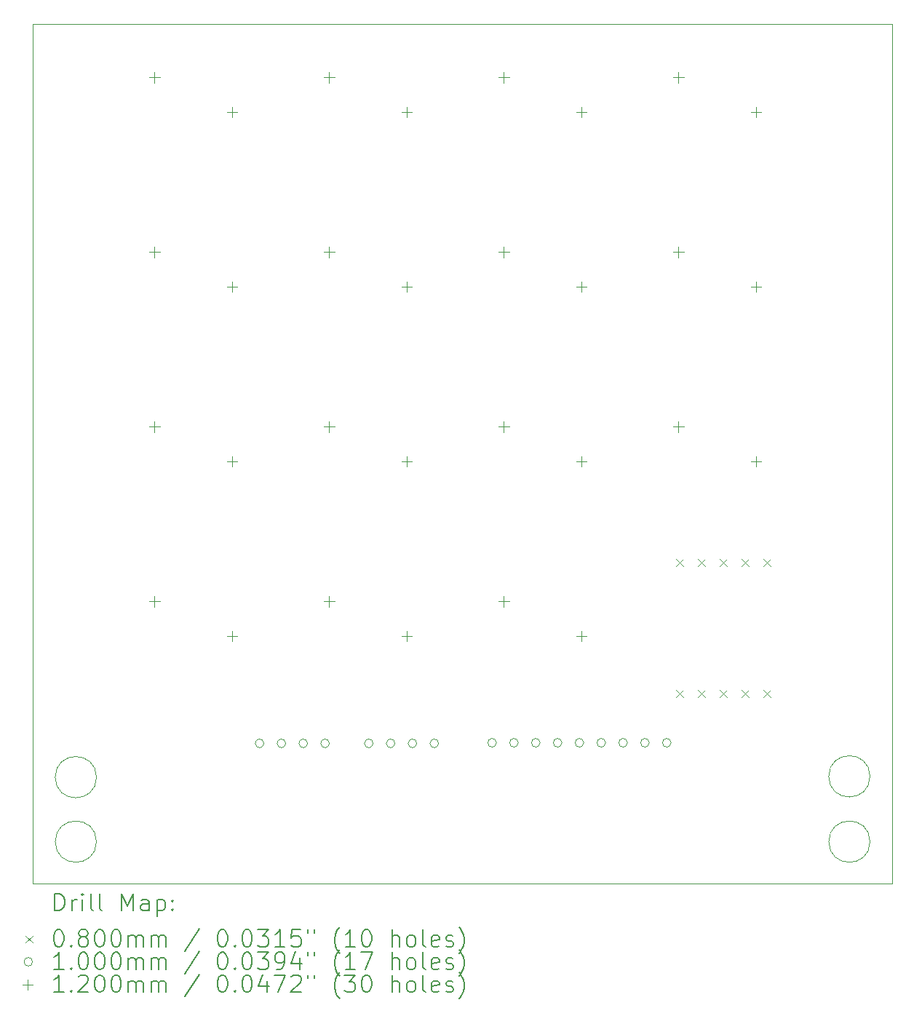
<source format=gbr>
%FSLAX45Y45*%
G04 Gerber Fmt 4.5, Leading zero omitted, Abs format (unit mm)*
G04 Created by KiCad (PCBNEW (6.0.0)) date 2022-03-01 21:05:48*
%MOMM*%
%LPD*%
G01*
G04 APERTURE LIST*
%TA.AperFunction,Profile*%
%ADD10C,0.050000*%
%TD*%
%ADD11C,0.200000*%
%ADD12C,0.080000*%
%ADD13C,0.100000*%
%ADD14C,0.120000*%
G04 APERTURE END LIST*
D10*
X18474500Y-14340500D02*
X8474500Y-14340500D01*
X9215000Y-13850000D02*
G75*
G03*
X9215000Y-13850000I-240000J0D01*
G01*
X18215000Y-13850000D02*
G75*
G03*
X18215000Y-13850000I-240000J0D01*
G01*
X18214500Y-13090500D02*
G75*
G03*
X18214500Y-13090500I-240000J0D01*
G01*
X8474500Y-4340500D02*
X18474500Y-4340500D01*
X8474500Y-14340500D02*
X8474500Y-4340500D01*
X18474500Y-4340500D02*
X18474500Y-14340500D01*
X9215000Y-13100000D02*
G75*
G03*
X9215000Y-13100000I-240000J0D01*
G01*
D11*
D12*
X15962000Y-10564500D02*
X16042000Y-10644500D01*
X16042000Y-10564500D02*
X15962000Y-10644500D01*
X15962000Y-12088500D02*
X16042000Y-12168500D01*
X16042000Y-12088500D02*
X15962000Y-12168500D01*
X16216000Y-10564500D02*
X16296000Y-10644500D01*
X16296000Y-10564500D02*
X16216000Y-10644500D01*
X16216000Y-12088500D02*
X16296000Y-12168500D01*
X16296000Y-12088500D02*
X16216000Y-12168500D01*
X16470000Y-10564500D02*
X16550000Y-10644500D01*
X16550000Y-10564500D02*
X16470000Y-10644500D01*
X16470000Y-12088500D02*
X16550000Y-12168500D01*
X16550000Y-12088500D02*
X16470000Y-12168500D01*
X16724000Y-10564500D02*
X16804000Y-10644500D01*
X16804000Y-10564500D02*
X16724000Y-10644500D01*
X16724000Y-12088500D02*
X16804000Y-12168500D01*
X16804000Y-12088500D02*
X16724000Y-12168500D01*
X16978000Y-10564500D02*
X17058000Y-10644500D01*
X17058000Y-10564500D02*
X16978000Y-10644500D01*
X16978000Y-12088500D02*
X17058000Y-12168500D01*
X17058000Y-12088500D02*
X16978000Y-12168500D01*
D13*
X11162500Y-12707000D02*
G75*
G03*
X11162500Y-12707000I-50000J0D01*
G01*
X11416500Y-12707000D02*
G75*
G03*
X11416500Y-12707000I-50000J0D01*
G01*
X11670500Y-12707000D02*
G75*
G03*
X11670500Y-12707000I-50000J0D01*
G01*
X11924500Y-12707000D02*
G75*
G03*
X11924500Y-12707000I-50000J0D01*
G01*
X12433500Y-12707000D02*
G75*
G03*
X12433500Y-12707000I-50000J0D01*
G01*
X12687500Y-12707000D02*
G75*
G03*
X12687500Y-12707000I-50000J0D01*
G01*
X12941500Y-12707000D02*
G75*
G03*
X12941500Y-12707000I-50000J0D01*
G01*
X13195500Y-12707000D02*
G75*
G03*
X13195500Y-12707000I-50000J0D01*
G01*
X13867600Y-12700000D02*
G75*
G03*
X13867600Y-12700000I-50000J0D01*
G01*
X14121600Y-12700000D02*
G75*
G03*
X14121600Y-12700000I-50000J0D01*
G01*
X14375600Y-12700000D02*
G75*
G03*
X14375600Y-12700000I-50000J0D01*
G01*
X14629600Y-12700000D02*
G75*
G03*
X14629600Y-12700000I-50000J0D01*
G01*
X14883600Y-12700000D02*
G75*
G03*
X14883600Y-12700000I-50000J0D01*
G01*
X15137600Y-12700000D02*
G75*
G03*
X15137600Y-12700000I-50000J0D01*
G01*
X15391600Y-12700000D02*
G75*
G03*
X15391600Y-12700000I-50000J0D01*
G01*
X15645600Y-12700000D02*
G75*
G03*
X15645600Y-12700000I-50000J0D01*
G01*
X15899600Y-12700000D02*
G75*
G03*
X15899600Y-12700000I-50000J0D01*
G01*
D14*
X9891800Y-4900200D02*
X9891800Y-5020200D01*
X9831800Y-4960200D02*
X9951800Y-4960200D01*
X9891800Y-6932200D02*
X9891800Y-7052200D01*
X9831800Y-6992200D02*
X9951800Y-6992200D01*
X9891800Y-8964200D02*
X9891800Y-9084200D01*
X9831800Y-9024200D02*
X9951800Y-9024200D01*
X9891800Y-10996200D02*
X9891800Y-11116200D01*
X9831800Y-11056200D02*
X9951800Y-11056200D01*
X10791800Y-5300200D02*
X10791800Y-5420200D01*
X10731800Y-5360200D02*
X10851800Y-5360200D01*
X10791800Y-7332200D02*
X10791800Y-7452200D01*
X10731800Y-7392200D02*
X10851800Y-7392200D01*
X10791800Y-9364200D02*
X10791800Y-9484200D01*
X10731800Y-9424200D02*
X10851800Y-9424200D01*
X10791800Y-11396200D02*
X10791800Y-11516200D01*
X10731800Y-11456200D02*
X10851800Y-11456200D01*
X11923800Y-4900200D02*
X11923800Y-5020200D01*
X11863800Y-4960200D02*
X11983800Y-4960200D01*
X11923800Y-6932200D02*
X11923800Y-7052200D01*
X11863800Y-6992200D02*
X11983800Y-6992200D01*
X11923800Y-8964200D02*
X11923800Y-9084200D01*
X11863800Y-9024200D02*
X11983800Y-9024200D01*
X11923800Y-10996200D02*
X11923800Y-11116200D01*
X11863800Y-11056200D02*
X11983800Y-11056200D01*
X12823800Y-5300200D02*
X12823800Y-5420200D01*
X12763800Y-5360200D02*
X12883800Y-5360200D01*
X12823800Y-7332200D02*
X12823800Y-7452200D01*
X12763800Y-7392200D02*
X12883800Y-7392200D01*
X12823800Y-9364200D02*
X12823800Y-9484200D01*
X12763800Y-9424200D02*
X12883800Y-9424200D01*
X12823800Y-11396200D02*
X12823800Y-11516200D01*
X12763800Y-11456200D02*
X12883800Y-11456200D01*
X13955800Y-4900200D02*
X13955800Y-5020200D01*
X13895800Y-4960200D02*
X14015800Y-4960200D01*
X13955800Y-6932200D02*
X13955800Y-7052200D01*
X13895800Y-6992200D02*
X14015800Y-6992200D01*
X13955800Y-8964200D02*
X13955800Y-9084200D01*
X13895800Y-9024200D02*
X14015800Y-9024200D01*
X13955800Y-10996200D02*
X13955800Y-11116200D01*
X13895800Y-11056200D02*
X14015800Y-11056200D01*
X14855800Y-5300200D02*
X14855800Y-5420200D01*
X14795800Y-5360200D02*
X14915800Y-5360200D01*
X14855800Y-7332200D02*
X14855800Y-7452200D01*
X14795800Y-7392200D02*
X14915800Y-7392200D01*
X14855800Y-9364200D02*
X14855800Y-9484200D01*
X14795800Y-9424200D02*
X14915800Y-9424200D01*
X14855800Y-11396200D02*
X14855800Y-11516200D01*
X14795800Y-11456200D02*
X14915800Y-11456200D01*
X15987800Y-4900200D02*
X15987800Y-5020200D01*
X15927800Y-4960200D02*
X16047800Y-4960200D01*
X15987800Y-6932200D02*
X15987800Y-7052200D01*
X15927800Y-6992200D02*
X16047800Y-6992200D01*
X15987800Y-8964200D02*
X15987800Y-9084200D01*
X15927800Y-9024200D02*
X16047800Y-9024200D01*
X16887800Y-5300200D02*
X16887800Y-5420200D01*
X16827800Y-5360200D02*
X16947800Y-5360200D01*
X16887800Y-7332200D02*
X16887800Y-7452200D01*
X16827800Y-7392200D02*
X16947800Y-7392200D01*
X16887800Y-9364200D02*
X16887800Y-9484200D01*
X16827800Y-9424200D02*
X16947800Y-9424200D01*
D11*
X8729619Y-14653476D02*
X8729619Y-14453476D01*
X8777238Y-14453476D01*
X8805810Y-14463000D01*
X8824857Y-14482048D01*
X8834381Y-14501095D01*
X8843905Y-14539190D01*
X8843905Y-14567762D01*
X8834381Y-14605857D01*
X8824857Y-14624905D01*
X8805810Y-14643952D01*
X8777238Y-14653476D01*
X8729619Y-14653476D01*
X8929619Y-14653476D02*
X8929619Y-14520143D01*
X8929619Y-14558238D02*
X8939143Y-14539190D01*
X8948667Y-14529667D01*
X8967714Y-14520143D01*
X8986762Y-14520143D01*
X9053429Y-14653476D02*
X9053429Y-14520143D01*
X9053429Y-14453476D02*
X9043905Y-14463000D01*
X9053429Y-14472524D01*
X9062952Y-14463000D01*
X9053429Y-14453476D01*
X9053429Y-14472524D01*
X9177238Y-14653476D02*
X9158190Y-14643952D01*
X9148667Y-14624905D01*
X9148667Y-14453476D01*
X9282000Y-14653476D02*
X9262952Y-14643952D01*
X9253429Y-14624905D01*
X9253429Y-14453476D01*
X9510571Y-14653476D02*
X9510571Y-14453476D01*
X9577238Y-14596333D01*
X9643905Y-14453476D01*
X9643905Y-14653476D01*
X9824857Y-14653476D02*
X9824857Y-14548714D01*
X9815333Y-14529667D01*
X9796286Y-14520143D01*
X9758190Y-14520143D01*
X9739143Y-14529667D01*
X9824857Y-14643952D02*
X9805810Y-14653476D01*
X9758190Y-14653476D01*
X9739143Y-14643952D01*
X9729619Y-14624905D01*
X9729619Y-14605857D01*
X9739143Y-14586809D01*
X9758190Y-14577286D01*
X9805810Y-14577286D01*
X9824857Y-14567762D01*
X9920095Y-14520143D02*
X9920095Y-14720143D01*
X9920095Y-14529667D02*
X9939143Y-14520143D01*
X9977238Y-14520143D01*
X9996286Y-14529667D01*
X10005810Y-14539190D01*
X10015333Y-14558238D01*
X10015333Y-14615381D01*
X10005810Y-14634428D01*
X9996286Y-14643952D01*
X9977238Y-14653476D01*
X9939143Y-14653476D01*
X9920095Y-14643952D01*
X10101048Y-14634428D02*
X10110571Y-14643952D01*
X10101048Y-14653476D01*
X10091524Y-14643952D01*
X10101048Y-14634428D01*
X10101048Y-14653476D01*
X10101048Y-14529667D02*
X10110571Y-14539190D01*
X10101048Y-14548714D01*
X10091524Y-14539190D01*
X10101048Y-14529667D01*
X10101048Y-14548714D01*
D12*
X8392000Y-14943000D02*
X8472000Y-15023000D01*
X8472000Y-14943000D02*
X8392000Y-15023000D01*
D11*
X8767714Y-14873476D02*
X8786762Y-14873476D01*
X8805810Y-14883000D01*
X8815333Y-14892524D01*
X8824857Y-14911571D01*
X8834381Y-14949667D01*
X8834381Y-14997286D01*
X8824857Y-15035381D01*
X8815333Y-15054428D01*
X8805810Y-15063952D01*
X8786762Y-15073476D01*
X8767714Y-15073476D01*
X8748667Y-15063952D01*
X8739143Y-15054428D01*
X8729619Y-15035381D01*
X8720095Y-14997286D01*
X8720095Y-14949667D01*
X8729619Y-14911571D01*
X8739143Y-14892524D01*
X8748667Y-14883000D01*
X8767714Y-14873476D01*
X8920095Y-15054428D02*
X8929619Y-15063952D01*
X8920095Y-15073476D01*
X8910571Y-15063952D01*
X8920095Y-15054428D01*
X8920095Y-15073476D01*
X9043905Y-14959190D02*
X9024857Y-14949667D01*
X9015333Y-14940143D01*
X9005810Y-14921095D01*
X9005810Y-14911571D01*
X9015333Y-14892524D01*
X9024857Y-14883000D01*
X9043905Y-14873476D01*
X9082000Y-14873476D01*
X9101048Y-14883000D01*
X9110571Y-14892524D01*
X9120095Y-14911571D01*
X9120095Y-14921095D01*
X9110571Y-14940143D01*
X9101048Y-14949667D01*
X9082000Y-14959190D01*
X9043905Y-14959190D01*
X9024857Y-14968714D01*
X9015333Y-14978238D01*
X9005810Y-14997286D01*
X9005810Y-15035381D01*
X9015333Y-15054428D01*
X9024857Y-15063952D01*
X9043905Y-15073476D01*
X9082000Y-15073476D01*
X9101048Y-15063952D01*
X9110571Y-15054428D01*
X9120095Y-15035381D01*
X9120095Y-14997286D01*
X9110571Y-14978238D01*
X9101048Y-14968714D01*
X9082000Y-14959190D01*
X9243905Y-14873476D02*
X9262952Y-14873476D01*
X9282000Y-14883000D01*
X9291524Y-14892524D01*
X9301048Y-14911571D01*
X9310571Y-14949667D01*
X9310571Y-14997286D01*
X9301048Y-15035381D01*
X9291524Y-15054428D01*
X9282000Y-15063952D01*
X9262952Y-15073476D01*
X9243905Y-15073476D01*
X9224857Y-15063952D01*
X9215333Y-15054428D01*
X9205810Y-15035381D01*
X9196286Y-14997286D01*
X9196286Y-14949667D01*
X9205810Y-14911571D01*
X9215333Y-14892524D01*
X9224857Y-14883000D01*
X9243905Y-14873476D01*
X9434381Y-14873476D02*
X9453429Y-14873476D01*
X9472476Y-14883000D01*
X9482000Y-14892524D01*
X9491524Y-14911571D01*
X9501048Y-14949667D01*
X9501048Y-14997286D01*
X9491524Y-15035381D01*
X9482000Y-15054428D01*
X9472476Y-15063952D01*
X9453429Y-15073476D01*
X9434381Y-15073476D01*
X9415333Y-15063952D01*
X9405810Y-15054428D01*
X9396286Y-15035381D01*
X9386762Y-14997286D01*
X9386762Y-14949667D01*
X9396286Y-14911571D01*
X9405810Y-14892524D01*
X9415333Y-14883000D01*
X9434381Y-14873476D01*
X9586762Y-15073476D02*
X9586762Y-14940143D01*
X9586762Y-14959190D02*
X9596286Y-14949667D01*
X9615333Y-14940143D01*
X9643905Y-14940143D01*
X9662952Y-14949667D01*
X9672476Y-14968714D01*
X9672476Y-15073476D01*
X9672476Y-14968714D02*
X9682000Y-14949667D01*
X9701048Y-14940143D01*
X9729619Y-14940143D01*
X9748667Y-14949667D01*
X9758190Y-14968714D01*
X9758190Y-15073476D01*
X9853429Y-15073476D02*
X9853429Y-14940143D01*
X9853429Y-14959190D02*
X9862952Y-14949667D01*
X9882000Y-14940143D01*
X9910571Y-14940143D01*
X9929619Y-14949667D01*
X9939143Y-14968714D01*
X9939143Y-15073476D01*
X9939143Y-14968714D02*
X9948667Y-14949667D01*
X9967714Y-14940143D01*
X9996286Y-14940143D01*
X10015333Y-14949667D01*
X10024857Y-14968714D01*
X10024857Y-15073476D01*
X10415333Y-14863952D02*
X10243905Y-15121095D01*
X10672476Y-14873476D02*
X10691524Y-14873476D01*
X10710571Y-14883000D01*
X10720095Y-14892524D01*
X10729619Y-14911571D01*
X10739143Y-14949667D01*
X10739143Y-14997286D01*
X10729619Y-15035381D01*
X10720095Y-15054428D01*
X10710571Y-15063952D01*
X10691524Y-15073476D01*
X10672476Y-15073476D01*
X10653429Y-15063952D01*
X10643905Y-15054428D01*
X10634381Y-15035381D01*
X10624857Y-14997286D01*
X10624857Y-14949667D01*
X10634381Y-14911571D01*
X10643905Y-14892524D01*
X10653429Y-14883000D01*
X10672476Y-14873476D01*
X10824857Y-15054428D02*
X10834381Y-15063952D01*
X10824857Y-15073476D01*
X10815333Y-15063952D01*
X10824857Y-15054428D01*
X10824857Y-15073476D01*
X10958190Y-14873476D02*
X10977238Y-14873476D01*
X10996286Y-14883000D01*
X11005810Y-14892524D01*
X11015333Y-14911571D01*
X11024857Y-14949667D01*
X11024857Y-14997286D01*
X11015333Y-15035381D01*
X11005810Y-15054428D01*
X10996286Y-15063952D01*
X10977238Y-15073476D01*
X10958190Y-15073476D01*
X10939143Y-15063952D01*
X10929619Y-15054428D01*
X10920095Y-15035381D01*
X10910571Y-14997286D01*
X10910571Y-14949667D01*
X10920095Y-14911571D01*
X10929619Y-14892524D01*
X10939143Y-14883000D01*
X10958190Y-14873476D01*
X11091524Y-14873476D02*
X11215333Y-14873476D01*
X11148667Y-14949667D01*
X11177238Y-14949667D01*
X11196286Y-14959190D01*
X11205809Y-14968714D01*
X11215333Y-14987762D01*
X11215333Y-15035381D01*
X11205809Y-15054428D01*
X11196286Y-15063952D01*
X11177238Y-15073476D01*
X11120095Y-15073476D01*
X11101048Y-15063952D01*
X11091524Y-15054428D01*
X11405809Y-15073476D02*
X11291524Y-15073476D01*
X11348667Y-15073476D02*
X11348667Y-14873476D01*
X11329619Y-14902048D01*
X11310571Y-14921095D01*
X11291524Y-14930619D01*
X11586762Y-14873476D02*
X11491524Y-14873476D01*
X11482000Y-14968714D01*
X11491524Y-14959190D01*
X11510571Y-14949667D01*
X11558190Y-14949667D01*
X11577238Y-14959190D01*
X11586762Y-14968714D01*
X11596286Y-14987762D01*
X11596286Y-15035381D01*
X11586762Y-15054428D01*
X11577238Y-15063952D01*
X11558190Y-15073476D01*
X11510571Y-15073476D01*
X11491524Y-15063952D01*
X11482000Y-15054428D01*
X11672476Y-14873476D02*
X11672476Y-14911571D01*
X11748667Y-14873476D02*
X11748667Y-14911571D01*
X12043905Y-15149667D02*
X12034381Y-15140143D01*
X12015333Y-15111571D01*
X12005809Y-15092524D01*
X11996286Y-15063952D01*
X11986762Y-15016333D01*
X11986762Y-14978238D01*
X11996286Y-14930619D01*
X12005809Y-14902048D01*
X12015333Y-14883000D01*
X12034381Y-14854428D01*
X12043905Y-14844905D01*
X12224857Y-15073476D02*
X12110571Y-15073476D01*
X12167714Y-15073476D02*
X12167714Y-14873476D01*
X12148667Y-14902048D01*
X12129619Y-14921095D01*
X12110571Y-14930619D01*
X12348667Y-14873476D02*
X12367714Y-14873476D01*
X12386762Y-14883000D01*
X12396286Y-14892524D01*
X12405809Y-14911571D01*
X12415333Y-14949667D01*
X12415333Y-14997286D01*
X12405809Y-15035381D01*
X12396286Y-15054428D01*
X12386762Y-15063952D01*
X12367714Y-15073476D01*
X12348667Y-15073476D01*
X12329619Y-15063952D01*
X12320095Y-15054428D01*
X12310571Y-15035381D01*
X12301048Y-14997286D01*
X12301048Y-14949667D01*
X12310571Y-14911571D01*
X12320095Y-14892524D01*
X12329619Y-14883000D01*
X12348667Y-14873476D01*
X12653428Y-15073476D02*
X12653428Y-14873476D01*
X12739143Y-15073476D02*
X12739143Y-14968714D01*
X12729619Y-14949667D01*
X12710571Y-14940143D01*
X12682000Y-14940143D01*
X12662952Y-14949667D01*
X12653428Y-14959190D01*
X12862952Y-15073476D02*
X12843905Y-15063952D01*
X12834381Y-15054428D01*
X12824857Y-15035381D01*
X12824857Y-14978238D01*
X12834381Y-14959190D01*
X12843905Y-14949667D01*
X12862952Y-14940143D01*
X12891524Y-14940143D01*
X12910571Y-14949667D01*
X12920095Y-14959190D01*
X12929619Y-14978238D01*
X12929619Y-15035381D01*
X12920095Y-15054428D01*
X12910571Y-15063952D01*
X12891524Y-15073476D01*
X12862952Y-15073476D01*
X13043905Y-15073476D02*
X13024857Y-15063952D01*
X13015333Y-15044905D01*
X13015333Y-14873476D01*
X13196286Y-15063952D02*
X13177238Y-15073476D01*
X13139143Y-15073476D01*
X13120095Y-15063952D01*
X13110571Y-15044905D01*
X13110571Y-14968714D01*
X13120095Y-14949667D01*
X13139143Y-14940143D01*
X13177238Y-14940143D01*
X13196286Y-14949667D01*
X13205809Y-14968714D01*
X13205809Y-14987762D01*
X13110571Y-15006809D01*
X13282000Y-15063952D02*
X13301048Y-15073476D01*
X13339143Y-15073476D01*
X13358190Y-15063952D01*
X13367714Y-15044905D01*
X13367714Y-15035381D01*
X13358190Y-15016333D01*
X13339143Y-15006809D01*
X13310571Y-15006809D01*
X13291524Y-14997286D01*
X13282000Y-14978238D01*
X13282000Y-14968714D01*
X13291524Y-14949667D01*
X13310571Y-14940143D01*
X13339143Y-14940143D01*
X13358190Y-14949667D01*
X13434381Y-15149667D02*
X13443905Y-15140143D01*
X13462952Y-15111571D01*
X13472476Y-15092524D01*
X13482000Y-15063952D01*
X13491524Y-15016333D01*
X13491524Y-14978238D01*
X13482000Y-14930619D01*
X13472476Y-14902048D01*
X13462952Y-14883000D01*
X13443905Y-14854428D01*
X13434381Y-14844905D01*
D13*
X8472000Y-15247000D02*
G75*
G03*
X8472000Y-15247000I-50000J0D01*
G01*
D11*
X8834381Y-15337476D02*
X8720095Y-15337476D01*
X8777238Y-15337476D02*
X8777238Y-15137476D01*
X8758190Y-15166048D01*
X8739143Y-15185095D01*
X8720095Y-15194619D01*
X8920095Y-15318428D02*
X8929619Y-15327952D01*
X8920095Y-15337476D01*
X8910571Y-15327952D01*
X8920095Y-15318428D01*
X8920095Y-15337476D01*
X9053429Y-15137476D02*
X9072476Y-15137476D01*
X9091524Y-15147000D01*
X9101048Y-15156524D01*
X9110571Y-15175571D01*
X9120095Y-15213667D01*
X9120095Y-15261286D01*
X9110571Y-15299381D01*
X9101048Y-15318428D01*
X9091524Y-15327952D01*
X9072476Y-15337476D01*
X9053429Y-15337476D01*
X9034381Y-15327952D01*
X9024857Y-15318428D01*
X9015333Y-15299381D01*
X9005810Y-15261286D01*
X9005810Y-15213667D01*
X9015333Y-15175571D01*
X9024857Y-15156524D01*
X9034381Y-15147000D01*
X9053429Y-15137476D01*
X9243905Y-15137476D02*
X9262952Y-15137476D01*
X9282000Y-15147000D01*
X9291524Y-15156524D01*
X9301048Y-15175571D01*
X9310571Y-15213667D01*
X9310571Y-15261286D01*
X9301048Y-15299381D01*
X9291524Y-15318428D01*
X9282000Y-15327952D01*
X9262952Y-15337476D01*
X9243905Y-15337476D01*
X9224857Y-15327952D01*
X9215333Y-15318428D01*
X9205810Y-15299381D01*
X9196286Y-15261286D01*
X9196286Y-15213667D01*
X9205810Y-15175571D01*
X9215333Y-15156524D01*
X9224857Y-15147000D01*
X9243905Y-15137476D01*
X9434381Y-15137476D02*
X9453429Y-15137476D01*
X9472476Y-15147000D01*
X9482000Y-15156524D01*
X9491524Y-15175571D01*
X9501048Y-15213667D01*
X9501048Y-15261286D01*
X9491524Y-15299381D01*
X9482000Y-15318428D01*
X9472476Y-15327952D01*
X9453429Y-15337476D01*
X9434381Y-15337476D01*
X9415333Y-15327952D01*
X9405810Y-15318428D01*
X9396286Y-15299381D01*
X9386762Y-15261286D01*
X9386762Y-15213667D01*
X9396286Y-15175571D01*
X9405810Y-15156524D01*
X9415333Y-15147000D01*
X9434381Y-15137476D01*
X9586762Y-15337476D02*
X9586762Y-15204143D01*
X9586762Y-15223190D02*
X9596286Y-15213667D01*
X9615333Y-15204143D01*
X9643905Y-15204143D01*
X9662952Y-15213667D01*
X9672476Y-15232714D01*
X9672476Y-15337476D01*
X9672476Y-15232714D02*
X9682000Y-15213667D01*
X9701048Y-15204143D01*
X9729619Y-15204143D01*
X9748667Y-15213667D01*
X9758190Y-15232714D01*
X9758190Y-15337476D01*
X9853429Y-15337476D02*
X9853429Y-15204143D01*
X9853429Y-15223190D02*
X9862952Y-15213667D01*
X9882000Y-15204143D01*
X9910571Y-15204143D01*
X9929619Y-15213667D01*
X9939143Y-15232714D01*
X9939143Y-15337476D01*
X9939143Y-15232714D02*
X9948667Y-15213667D01*
X9967714Y-15204143D01*
X9996286Y-15204143D01*
X10015333Y-15213667D01*
X10024857Y-15232714D01*
X10024857Y-15337476D01*
X10415333Y-15127952D02*
X10243905Y-15385095D01*
X10672476Y-15137476D02*
X10691524Y-15137476D01*
X10710571Y-15147000D01*
X10720095Y-15156524D01*
X10729619Y-15175571D01*
X10739143Y-15213667D01*
X10739143Y-15261286D01*
X10729619Y-15299381D01*
X10720095Y-15318428D01*
X10710571Y-15327952D01*
X10691524Y-15337476D01*
X10672476Y-15337476D01*
X10653429Y-15327952D01*
X10643905Y-15318428D01*
X10634381Y-15299381D01*
X10624857Y-15261286D01*
X10624857Y-15213667D01*
X10634381Y-15175571D01*
X10643905Y-15156524D01*
X10653429Y-15147000D01*
X10672476Y-15137476D01*
X10824857Y-15318428D02*
X10834381Y-15327952D01*
X10824857Y-15337476D01*
X10815333Y-15327952D01*
X10824857Y-15318428D01*
X10824857Y-15337476D01*
X10958190Y-15137476D02*
X10977238Y-15137476D01*
X10996286Y-15147000D01*
X11005810Y-15156524D01*
X11015333Y-15175571D01*
X11024857Y-15213667D01*
X11024857Y-15261286D01*
X11015333Y-15299381D01*
X11005810Y-15318428D01*
X10996286Y-15327952D01*
X10977238Y-15337476D01*
X10958190Y-15337476D01*
X10939143Y-15327952D01*
X10929619Y-15318428D01*
X10920095Y-15299381D01*
X10910571Y-15261286D01*
X10910571Y-15213667D01*
X10920095Y-15175571D01*
X10929619Y-15156524D01*
X10939143Y-15147000D01*
X10958190Y-15137476D01*
X11091524Y-15137476D02*
X11215333Y-15137476D01*
X11148667Y-15213667D01*
X11177238Y-15213667D01*
X11196286Y-15223190D01*
X11205809Y-15232714D01*
X11215333Y-15251762D01*
X11215333Y-15299381D01*
X11205809Y-15318428D01*
X11196286Y-15327952D01*
X11177238Y-15337476D01*
X11120095Y-15337476D01*
X11101048Y-15327952D01*
X11091524Y-15318428D01*
X11310571Y-15337476D02*
X11348667Y-15337476D01*
X11367714Y-15327952D01*
X11377238Y-15318428D01*
X11396286Y-15289857D01*
X11405809Y-15251762D01*
X11405809Y-15175571D01*
X11396286Y-15156524D01*
X11386762Y-15147000D01*
X11367714Y-15137476D01*
X11329619Y-15137476D01*
X11310571Y-15147000D01*
X11301048Y-15156524D01*
X11291524Y-15175571D01*
X11291524Y-15223190D01*
X11301048Y-15242238D01*
X11310571Y-15251762D01*
X11329619Y-15261286D01*
X11367714Y-15261286D01*
X11386762Y-15251762D01*
X11396286Y-15242238D01*
X11405809Y-15223190D01*
X11577238Y-15204143D02*
X11577238Y-15337476D01*
X11529619Y-15127952D02*
X11482000Y-15270809D01*
X11605809Y-15270809D01*
X11672476Y-15137476D02*
X11672476Y-15175571D01*
X11748667Y-15137476D02*
X11748667Y-15175571D01*
X12043905Y-15413667D02*
X12034381Y-15404143D01*
X12015333Y-15375571D01*
X12005809Y-15356524D01*
X11996286Y-15327952D01*
X11986762Y-15280333D01*
X11986762Y-15242238D01*
X11996286Y-15194619D01*
X12005809Y-15166048D01*
X12015333Y-15147000D01*
X12034381Y-15118428D01*
X12043905Y-15108905D01*
X12224857Y-15337476D02*
X12110571Y-15337476D01*
X12167714Y-15337476D02*
X12167714Y-15137476D01*
X12148667Y-15166048D01*
X12129619Y-15185095D01*
X12110571Y-15194619D01*
X12291524Y-15137476D02*
X12424857Y-15137476D01*
X12339143Y-15337476D01*
X12653428Y-15337476D02*
X12653428Y-15137476D01*
X12739143Y-15337476D02*
X12739143Y-15232714D01*
X12729619Y-15213667D01*
X12710571Y-15204143D01*
X12682000Y-15204143D01*
X12662952Y-15213667D01*
X12653428Y-15223190D01*
X12862952Y-15337476D02*
X12843905Y-15327952D01*
X12834381Y-15318428D01*
X12824857Y-15299381D01*
X12824857Y-15242238D01*
X12834381Y-15223190D01*
X12843905Y-15213667D01*
X12862952Y-15204143D01*
X12891524Y-15204143D01*
X12910571Y-15213667D01*
X12920095Y-15223190D01*
X12929619Y-15242238D01*
X12929619Y-15299381D01*
X12920095Y-15318428D01*
X12910571Y-15327952D01*
X12891524Y-15337476D01*
X12862952Y-15337476D01*
X13043905Y-15337476D02*
X13024857Y-15327952D01*
X13015333Y-15308905D01*
X13015333Y-15137476D01*
X13196286Y-15327952D02*
X13177238Y-15337476D01*
X13139143Y-15337476D01*
X13120095Y-15327952D01*
X13110571Y-15308905D01*
X13110571Y-15232714D01*
X13120095Y-15213667D01*
X13139143Y-15204143D01*
X13177238Y-15204143D01*
X13196286Y-15213667D01*
X13205809Y-15232714D01*
X13205809Y-15251762D01*
X13110571Y-15270809D01*
X13282000Y-15327952D02*
X13301048Y-15337476D01*
X13339143Y-15337476D01*
X13358190Y-15327952D01*
X13367714Y-15308905D01*
X13367714Y-15299381D01*
X13358190Y-15280333D01*
X13339143Y-15270809D01*
X13310571Y-15270809D01*
X13291524Y-15261286D01*
X13282000Y-15242238D01*
X13282000Y-15232714D01*
X13291524Y-15213667D01*
X13310571Y-15204143D01*
X13339143Y-15204143D01*
X13358190Y-15213667D01*
X13434381Y-15413667D02*
X13443905Y-15404143D01*
X13462952Y-15375571D01*
X13472476Y-15356524D01*
X13482000Y-15327952D01*
X13491524Y-15280333D01*
X13491524Y-15242238D01*
X13482000Y-15194619D01*
X13472476Y-15166048D01*
X13462952Y-15147000D01*
X13443905Y-15118428D01*
X13434381Y-15108905D01*
D14*
X8412000Y-15451000D02*
X8412000Y-15571000D01*
X8352000Y-15511000D02*
X8472000Y-15511000D01*
D11*
X8834381Y-15601476D02*
X8720095Y-15601476D01*
X8777238Y-15601476D02*
X8777238Y-15401476D01*
X8758190Y-15430048D01*
X8739143Y-15449095D01*
X8720095Y-15458619D01*
X8920095Y-15582428D02*
X8929619Y-15591952D01*
X8920095Y-15601476D01*
X8910571Y-15591952D01*
X8920095Y-15582428D01*
X8920095Y-15601476D01*
X9005810Y-15420524D02*
X9015333Y-15411000D01*
X9034381Y-15401476D01*
X9082000Y-15401476D01*
X9101048Y-15411000D01*
X9110571Y-15420524D01*
X9120095Y-15439571D01*
X9120095Y-15458619D01*
X9110571Y-15487190D01*
X8996286Y-15601476D01*
X9120095Y-15601476D01*
X9243905Y-15401476D02*
X9262952Y-15401476D01*
X9282000Y-15411000D01*
X9291524Y-15420524D01*
X9301048Y-15439571D01*
X9310571Y-15477667D01*
X9310571Y-15525286D01*
X9301048Y-15563381D01*
X9291524Y-15582428D01*
X9282000Y-15591952D01*
X9262952Y-15601476D01*
X9243905Y-15601476D01*
X9224857Y-15591952D01*
X9215333Y-15582428D01*
X9205810Y-15563381D01*
X9196286Y-15525286D01*
X9196286Y-15477667D01*
X9205810Y-15439571D01*
X9215333Y-15420524D01*
X9224857Y-15411000D01*
X9243905Y-15401476D01*
X9434381Y-15401476D02*
X9453429Y-15401476D01*
X9472476Y-15411000D01*
X9482000Y-15420524D01*
X9491524Y-15439571D01*
X9501048Y-15477667D01*
X9501048Y-15525286D01*
X9491524Y-15563381D01*
X9482000Y-15582428D01*
X9472476Y-15591952D01*
X9453429Y-15601476D01*
X9434381Y-15601476D01*
X9415333Y-15591952D01*
X9405810Y-15582428D01*
X9396286Y-15563381D01*
X9386762Y-15525286D01*
X9386762Y-15477667D01*
X9396286Y-15439571D01*
X9405810Y-15420524D01*
X9415333Y-15411000D01*
X9434381Y-15401476D01*
X9586762Y-15601476D02*
X9586762Y-15468143D01*
X9586762Y-15487190D02*
X9596286Y-15477667D01*
X9615333Y-15468143D01*
X9643905Y-15468143D01*
X9662952Y-15477667D01*
X9672476Y-15496714D01*
X9672476Y-15601476D01*
X9672476Y-15496714D02*
X9682000Y-15477667D01*
X9701048Y-15468143D01*
X9729619Y-15468143D01*
X9748667Y-15477667D01*
X9758190Y-15496714D01*
X9758190Y-15601476D01*
X9853429Y-15601476D02*
X9853429Y-15468143D01*
X9853429Y-15487190D02*
X9862952Y-15477667D01*
X9882000Y-15468143D01*
X9910571Y-15468143D01*
X9929619Y-15477667D01*
X9939143Y-15496714D01*
X9939143Y-15601476D01*
X9939143Y-15496714D02*
X9948667Y-15477667D01*
X9967714Y-15468143D01*
X9996286Y-15468143D01*
X10015333Y-15477667D01*
X10024857Y-15496714D01*
X10024857Y-15601476D01*
X10415333Y-15391952D02*
X10243905Y-15649095D01*
X10672476Y-15401476D02*
X10691524Y-15401476D01*
X10710571Y-15411000D01*
X10720095Y-15420524D01*
X10729619Y-15439571D01*
X10739143Y-15477667D01*
X10739143Y-15525286D01*
X10729619Y-15563381D01*
X10720095Y-15582428D01*
X10710571Y-15591952D01*
X10691524Y-15601476D01*
X10672476Y-15601476D01*
X10653429Y-15591952D01*
X10643905Y-15582428D01*
X10634381Y-15563381D01*
X10624857Y-15525286D01*
X10624857Y-15477667D01*
X10634381Y-15439571D01*
X10643905Y-15420524D01*
X10653429Y-15411000D01*
X10672476Y-15401476D01*
X10824857Y-15582428D02*
X10834381Y-15591952D01*
X10824857Y-15601476D01*
X10815333Y-15591952D01*
X10824857Y-15582428D01*
X10824857Y-15601476D01*
X10958190Y-15401476D02*
X10977238Y-15401476D01*
X10996286Y-15411000D01*
X11005810Y-15420524D01*
X11015333Y-15439571D01*
X11024857Y-15477667D01*
X11024857Y-15525286D01*
X11015333Y-15563381D01*
X11005810Y-15582428D01*
X10996286Y-15591952D01*
X10977238Y-15601476D01*
X10958190Y-15601476D01*
X10939143Y-15591952D01*
X10929619Y-15582428D01*
X10920095Y-15563381D01*
X10910571Y-15525286D01*
X10910571Y-15477667D01*
X10920095Y-15439571D01*
X10929619Y-15420524D01*
X10939143Y-15411000D01*
X10958190Y-15401476D01*
X11196286Y-15468143D02*
X11196286Y-15601476D01*
X11148667Y-15391952D02*
X11101048Y-15534809D01*
X11224857Y-15534809D01*
X11282000Y-15401476D02*
X11415333Y-15401476D01*
X11329619Y-15601476D01*
X11482000Y-15420524D02*
X11491524Y-15411000D01*
X11510571Y-15401476D01*
X11558190Y-15401476D01*
X11577238Y-15411000D01*
X11586762Y-15420524D01*
X11596286Y-15439571D01*
X11596286Y-15458619D01*
X11586762Y-15487190D01*
X11472476Y-15601476D01*
X11596286Y-15601476D01*
X11672476Y-15401476D02*
X11672476Y-15439571D01*
X11748667Y-15401476D02*
X11748667Y-15439571D01*
X12043905Y-15677667D02*
X12034381Y-15668143D01*
X12015333Y-15639571D01*
X12005809Y-15620524D01*
X11996286Y-15591952D01*
X11986762Y-15544333D01*
X11986762Y-15506238D01*
X11996286Y-15458619D01*
X12005809Y-15430048D01*
X12015333Y-15411000D01*
X12034381Y-15382428D01*
X12043905Y-15372905D01*
X12101048Y-15401476D02*
X12224857Y-15401476D01*
X12158190Y-15477667D01*
X12186762Y-15477667D01*
X12205809Y-15487190D01*
X12215333Y-15496714D01*
X12224857Y-15515762D01*
X12224857Y-15563381D01*
X12215333Y-15582428D01*
X12205809Y-15591952D01*
X12186762Y-15601476D01*
X12129619Y-15601476D01*
X12110571Y-15591952D01*
X12101048Y-15582428D01*
X12348667Y-15401476D02*
X12367714Y-15401476D01*
X12386762Y-15411000D01*
X12396286Y-15420524D01*
X12405809Y-15439571D01*
X12415333Y-15477667D01*
X12415333Y-15525286D01*
X12405809Y-15563381D01*
X12396286Y-15582428D01*
X12386762Y-15591952D01*
X12367714Y-15601476D01*
X12348667Y-15601476D01*
X12329619Y-15591952D01*
X12320095Y-15582428D01*
X12310571Y-15563381D01*
X12301048Y-15525286D01*
X12301048Y-15477667D01*
X12310571Y-15439571D01*
X12320095Y-15420524D01*
X12329619Y-15411000D01*
X12348667Y-15401476D01*
X12653428Y-15601476D02*
X12653428Y-15401476D01*
X12739143Y-15601476D02*
X12739143Y-15496714D01*
X12729619Y-15477667D01*
X12710571Y-15468143D01*
X12682000Y-15468143D01*
X12662952Y-15477667D01*
X12653428Y-15487190D01*
X12862952Y-15601476D02*
X12843905Y-15591952D01*
X12834381Y-15582428D01*
X12824857Y-15563381D01*
X12824857Y-15506238D01*
X12834381Y-15487190D01*
X12843905Y-15477667D01*
X12862952Y-15468143D01*
X12891524Y-15468143D01*
X12910571Y-15477667D01*
X12920095Y-15487190D01*
X12929619Y-15506238D01*
X12929619Y-15563381D01*
X12920095Y-15582428D01*
X12910571Y-15591952D01*
X12891524Y-15601476D01*
X12862952Y-15601476D01*
X13043905Y-15601476D02*
X13024857Y-15591952D01*
X13015333Y-15572905D01*
X13015333Y-15401476D01*
X13196286Y-15591952D02*
X13177238Y-15601476D01*
X13139143Y-15601476D01*
X13120095Y-15591952D01*
X13110571Y-15572905D01*
X13110571Y-15496714D01*
X13120095Y-15477667D01*
X13139143Y-15468143D01*
X13177238Y-15468143D01*
X13196286Y-15477667D01*
X13205809Y-15496714D01*
X13205809Y-15515762D01*
X13110571Y-15534809D01*
X13282000Y-15591952D02*
X13301048Y-15601476D01*
X13339143Y-15601476D01*
X13358190Y-15591952D01*
X13367714Y-15572905D01*
X13367714Y-15563381D01*
X13358190Y-15544333D01*
X13339143Y-15534809D01*
X13310571Y-15534809D01*
X13291524Y-15525286D01*
X13282000Y-15506238D01*
X13282000Y-15496714D01*
X13291524Y-15477667D01*
X13310571Y-15468143D01*
X13339143Y-15468143D01*
X13358190Y-15477667D01*
X13434381Y-15677667D02*
X13443905Y-15668143D01*
X13462952Y-15639571D01*
X13472476Y-15620524D01*
X13482000Y-15591952D01*
X13491524Y-15544333D01*
X13491524Y-15506238D01*
X13482000Y-15458619D01*
X13472476Y-15430048D01*
X13462952Y-15411000D01*
X13443905Y-15382428D01*
X13434381Y-15372905D01*
M02*

</source>
